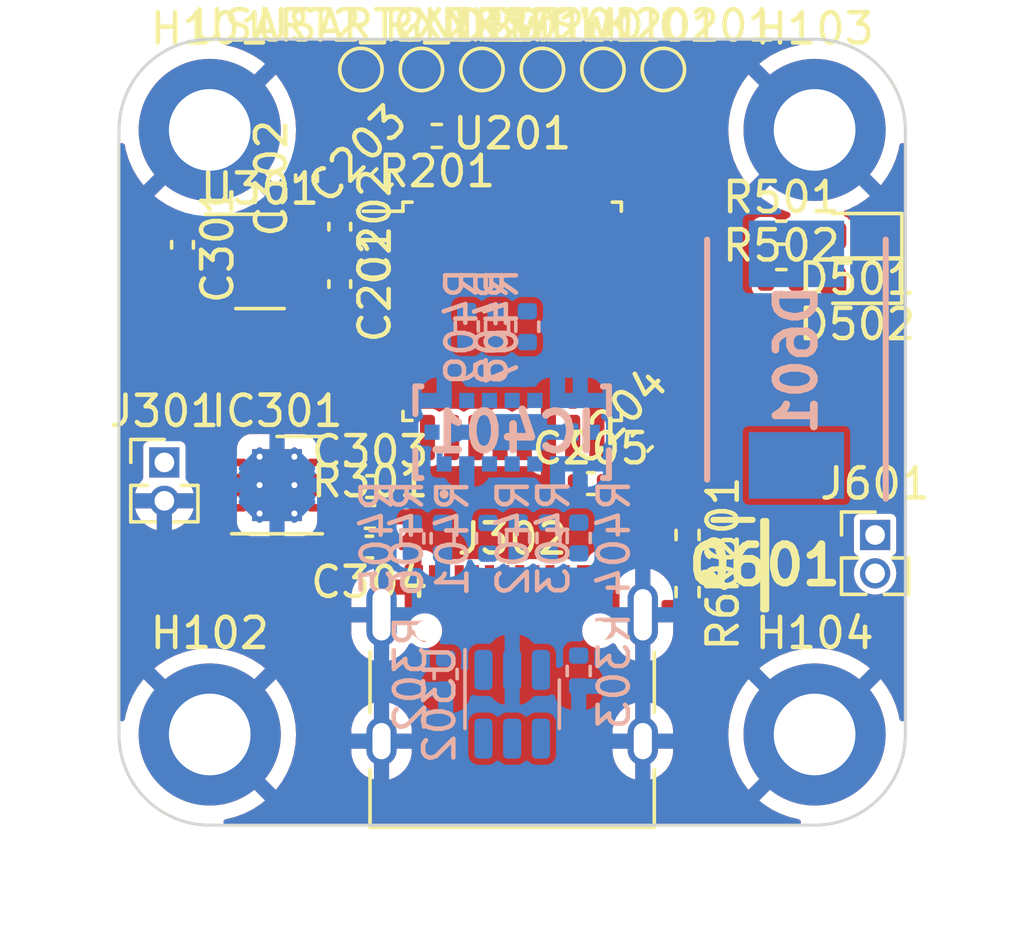
<source format=kicad_pcb>
(kicad_pcb (version 20221018) (generator pcbnew)
  (layers (0 "F.Cu" signal) (1 "In1.Cu" signal) (2 "In2.Cu" signal) (31 "B.Cu" signal) (34 "B.Paste" user) (35 "F.Paste" user) (36 "B.SilkS" user "B.Silkscreen") (37 "F.SilkS" user "F.Silkscreen") (38 "B.Mask" user) (39 "F.Mask" user) (44 "Edge.Cuts" user))
  (net 0 "")
  (net 1 "GND")
  (net 2 "Net-(U201-PG10)")
  (net 3 "+3.3V")
  (net 4 "+5V")
  (net 5 "+BATT")
  (net 6 "Net-(D501-A)")
  (net 7 "Net-(D502-A)")
  (net 8 "Net-(D601-A)")
  (net 9 "/POWER/BAT")
  (net 11 "Net-(IC301-PROG)")
  (net 14 "Net-(IC401-I2C_RST_1)")
  (net 15 "Net-(IC401-INT)")
  (net 16 "Net-(IC401-LPN)")
  (net 18 "Net-(IC401-RSVD6)")
  (net 19 "/SENSORS/I2C3_SDA")
  (net 20 "/SENSORS/I2C3_SCL")
  (net 22 "Net-(J302-CC1)")
  (net 23 "Net-(J302-D+-PadA6)")
  (net 24 "Net-(J302-D--PadA7)")
  (net 26 "Net-(J302-CC2)")
  (net 28 "Net-(Q601-G)")
  (net 29 "Net-(U201-PB8)")
  (net 30 "/SENSORS/TOF_INT")
  (net 31 "/SENSORS/TOF_LPn")
  (net 32 "/SENSORS/TOF_I2C_RST")
  (net 33 "/BLUETOOTH/LED_1")
  (net 34 "/BLUETOOTH/LED_2")
  (net 35 "/MOTOR/PWM")
  (net 36 "Net-(U201-PA14)")
  (net 37 "Net-(U201-PA13)")
  (net 40 "/BLUETOOTH/KEY")
  (net 41 "Net-(U201-PA2)")
  (net 42 "Net-(U201-PA3)")
  (net 45 "/BLUETOOTH/USART1_RX")
  (net 46 "/BLUETOOTH/USART1_TX")
  (net 47 "/POWER/USB_DM")
  (net 48 "/POWER/USB_DP")
  (footprint "TestPoint:TestPoint_Pad_D1.0mm" (layer "F.Cu") (at 65 48)
    (fp_text reference "SWDIO201" (at 0 -1.448) (layer "F.SilkS"))
    (fp_text value "TestPoint")
    (fp_circle (center 0 0) (end 0 0.7) (stroke (width 0.12)) (fill none) (layer "F.SilkS"))
    (pad "1" smd circle (at 0 0) (size 1 1) (layers "F.Cu" "F.Mask") (net 37 "Net-(U201-PA13)"))
  )
  (footprint "Capacitor_SMD:C_0402_1005Metric" (layer "F.Cu") (at 62.6 61.7)
    (fp_text reference "C205" (at 0 -1.16) (layer "F.SilkS"))
    (fp_text value "100n")
    (fp_line (start -0.107836 -0.36) (end 0.107836 -0.36) (stroke (width 0.12)) (layer "F.SilkS"))
    (fp_line (start -0.107836 0.36) (end 0.107836 0.36) (stroke (width 0.12)) (layer "F.SilkS"))
    (pad "1" smd roundrect (at -0.48 0) (size 0.56 0.62) (layers "F.Cu" "F.Paste" "F.Mask") (net 3 "+3.3V"))
    (pad "2" smd roundrect (at 0.48 0) (size 0.56 0.62) (layers "F.Cu" "F.Paste" "F.Mask") (net 1 "GND"))
  )
  (footprint "Connector_USB:USB_C_Receptacle_HRO_TYPE-C-31-M-12" (layer "F.Cu") (at 60 69.17)
    (fp_text reference "J302" (at 0 -5.645) (layer "F.SilkS"))
    (fp_text value "USB_C_Receptacle_USB2.0")
    (fp_line (start -4.7 -1.9) (end -4.7 0.1) (stroke (width 0.12)) (layer "F.SilkS"))
    (fp_line (start -4.7 2) (end -4.7 3.9) (stroke (width 0.12)) (layer "F.SilkS"))
    (fp_line (start -4.7 3.9) (end 4.7 3.9) (stroke (width 0.12)) (layer "F.SilkS"))
    (fp_line (start 4.7 -1.9) (end 4.7 0.1) (stroke (width 0.12)) (layer "F.SilkS"))
    (fp_line (start 4.7 2) (end 4.7 3.9) (stroke (width 0.12)) (layer "F.SilkS"))
    (pad "" np_thru_hole circle (at -2.89 -2.6) (size 0.65 0.65) (drill 0.65) (layers "*.Cu" "*.Mask"))
    (pad "" np_thru_hole circle (at 2.89 -2.6) (size 0.65 0.65) (drill 0.65) (layers "*.Cu" "*.Mask"))
    (pad "A1" smd rect (at -3.25 -4.045) (size 0.6 1.45) (layers "F.Cu" "F.Paste" "F.Mask") (net 1 "GND"))
    (pad "A4" smd rect (at -2.45 -4.045) (size 0.6 1.45) (layers "F.Cu" "F.Paste" "F.Mask") (net 4 "+5V"))
    (pad "A5" smd rect (at -1.25 -4.045) (size 0.3 1.45) (layers "F.Cu" "F.Paste" "F.Mask") (net 22 "Net-(J302-CC1)"))
    (pad "A6" smd rect (at -0.25 -4.045) (size 0.3 1.45) (layers "F.Cu" "F.Paste" "F.Mask") (net 23 "Net-(J302-D+-PadA6)"))
    (pad "A7" smd rect (at 0.25 -4.045) (size 0.3 1.45) (layers "F.Cu" "F.Paste" "F.Mask") (net 24 "Net-(J302-D--PadA7)"))
    (pad "A8" smd rect (at 1.25 -4.045) (size 0.3 1.45) (layers "F.Cu" "F.Paste" "F.Mask"))
    (pad "A9" smd rect (at 2.45 -4.045) (size 0.6 1.45) (layers "F.Cu" "F.Paste" "F.Mask") (net 4 "+5V"))
    (pad "A12" smd rect (at 3.25 -4.045) (size 0.6 1.45) (layers "F.Cu" "F.Paste" "F.Mask") (net 1 "GND"))
    (pad "B1" smd rect (at 3.25 -4.045) (size 0.6 1.45) (layers "F.Cu" "F.Paste" "F.Mask") (net 1 "GND"))
    (pad "B4" smd rect (at 2.45 -4.045) (size 0.6 1.45) (layers "F.Cu" "F.Paste" "F.Mask") (net 4 "+5V"))
    (pad "B5" smd rect (at 1.75 -4.045) (size 0.3 1.45) (layers "F.Cu" "F.Paste" "F.Mask") (net 26 "Net-(J302-CC2)"))
    (pad "B6" smd rect (at 0.75 -4.045) (size 0.3 1.45) (layers "F.Cu" "F.Paste" "F.Mask") (net 23 "Net-(J302-D+-PadA6)"))
    (pad "B7" smd rect (at -0.75 -4.045) (size 0.3 1.45) (layers "F.Cu" "F.Paste" "F.Mask") (net 24 "Net-(J302-D--PadA7)"))
    (pad "B8" smd rect (at -1.75 -4.045) (size 0.3 1.45) (layers "F.Cu" "F.Paste" "F.Mask"))
    (pad "B9" smd rect (at -2.45 -4.045) (size 0.6 1.45) (layers "F.Cu" "F.Paste" "F.Mask") (net 4 "+5V"))
    (pad "B12" smd rect (at -3.25 -4.045) (size 0.6 1.45) (layers "F.Cu" "F.Paste" "F.Mask") (net 1 "GND"))
    (pad "S1" thru_hole oval (at -4.32 -3.13) (size 1 2.1) (drill oval 0.6 1.7) (layers "*.Cu" "*.Mask") (net 1 "GND"))
    (pad "S1" thru_hole oval (at -4.32 1.05) (size 1 1.6) (drill oval 0.6 1.2) (layers "*.Cu" "*.Mask") (net 1 "GND"))
    (pad "S1" thru_hole oval (at 4.32 -3.13) (size 1 2.1) (drill oval 0.6 1.7) (layers "*.Cu" "*.Mask") (net 1 "GND"))
    (pad "S1" thru_hole oval (at 4.32 1.05) (size 1 1.6) (drill oval 0.6 1.2) (layers "*.Cu" "*.Mask") (net 1 "GND"))
  )
  (footprint "Connector_PinHeader_1.27mm:PinHeader_1x02_P1.27mm_Vertical" (layer "F.Cu") (at 48.5 61)
    (fp_text reference "J301" (at 0 -1.695) (layer "F.SilkS"))
    (fp_text value "BATT")
    (fp_line (start -1.11 -0.76) (end 0 -0.76) (stroke (width 0.12)) (layer "F.SilkS"))
    (fp_line (start -1.11 0) (end -1.11 -0.76) (stroke (width 0.12)) (layer "F.SilkS"))
    (fp_line (start -1.11 0.76) (end -1.11 1.965) (stroke (width 0.12)) (layer "F.SilkS"))
    (fp_line (start -1.11 0.76) (end -0.563471 0.76) (stroke (width 0.12)) (layer "F.SilkS"))
    (fp_line (start -1.11 1.965) (end -0.30753 1.965) (stroke (width 0.12)) (layer "F.SilkS"))
    (fp_line (start 0.30753 1.965) (end 1.11 1.965) (stroke (width 0.12)) (layer "F.SilkS"))
    (fp_line (start 0.563471 0.76) (end 1.11 0.76) (stroke (width 0.12)) (layer "F.SilkS"))
    (fp_line (start 1.11 0.76) (end 1.11 1.965) (stroke (width 0.12)) (layer "F.SilkS"))
    (pad "1" thru_hole rect (at 0 0) (size 1 1) (drill 0.65) (layers "*.Cu" "*.Mask") (net 9 "/POWER/BAT"))
    (pad "2" thru_hole oval (at 0 1.27) (size 1 1) (drill 0.65) (layers "*.Cu" "*.Mask") (net 1 "GND"))
  )
  (footprint "Capacitor_SMD:C_0402_1005Metric" (layer "F.Cu") (at 53.2 51.6 90)
    (fp_text reference "C302" (at 0 -1.16 90) (layer "F.SilkS"))
    (fp_text value "1u")
    (fp_line (start -0.107836 -0.36) (end 0.107836 -0.36) (stroke (width 0.12)) (layer "F.SilkS"))
    (fp_line (start -0.107836 0.36) (end 0.107836 0.36) (stroke (width 0.12)) (layer "F.SilkS"))
    (pad "1" smd roundrect (at -0.48 0 90) (size 0.56 0.62) (layers "F.Cu" "F.Paste" "F.Mask") (net 3 "+3.3V"))
    (pad "2" smd roundrect (at 0.48 0 90) (size 0.56 0.62) (layers "F.Cu" "F.Paste" "F.Mask") (net 1 "GND"))
  )
  (footprint "Package_TO_SOT_SMD:SOT-23-5" (layer "F.Cu") (at 51.6625 54.35)
    (fp_text reference "U301" (at 0 -2.4) (layer "F.SilkS"))
    (fp_text value "BU33SD5WG-TR")
    (fp_line (start 0 -1.56) (end -1.8 -1.56) (stroke (width 0.12)) (layer "F.SilkS"))
    (fp_line (start 0 -1.56) (end 0.8 -1.56) (stroke (width 0.12)) (layer "F.SilkS"))
    (fp_line (start 0 1.56) (end -0.8 1.56) (stroke (width 0.12)) (layer "F.SilkS"))
    (fp_line (start 0 1.56) (end 0.8 1.56) (stroke (width 0.12)) (layer "F.SilkS"))
    (pad "1" smd roundrect (at -1.1375 -0.95) (size 1.325 0.6) (layers "F.Cu" "F.Paste" "F.Mask") (net 5 "+BATT"))
    (pad "2" smd roundrect (at -1.1375 0) (size 1.325 0.6) (layers "F.Cu" "F.Paste" "F.Mask") (net 1 "GND"))
    (pad "3" smd roundrect (at -1.1375 0.95) (size 1.325 0.6) (layers "F.Cu" "F.Paste" "F.Mask") (net 5 "+BATT"))
    (pad "4" smd roundrect (at 1.1375 0.95) (size 1.325 0.6) (layers "F.Cu" "F.Paste" "F.Mask"))
    (pad "5" smd roundrect (at 1.1375 -0.95) (size 1.325 0.6) (layers "F.Cu" "F.Paste" "F.Mask") (net 3 "+3.3V"))
  )
  (footprint "Resistor_SMD:R_0402_1005Metric" (layer "F.Cu") (at 55.3 62.8)
    (fp_text reference "R301" (at 0 -1.17) (layer "F.SilkS"))
    (fp_text value "1.65k")
    (fp_line (start -0.153641 -0.38) (end 0.153641 -0.38) (stroke (width 0.12)) (layer "F.SilkS"))
    (fp_line (start -0.153641 0.38) (end 0.153641 0.38) (stroke (width 0.12)) (layer "F.SilkS"))
    (pad "1" smd roundrect (at -0.51 0) (size 0.54 0.64) (layers "F.Cu" "F.Paste" "F.Mask") (net 11 "Net-(IC301-PROG)"))
    (pad "2" smd roundrect (at 0.51 0) (size 0.54 0.64) (layers "F.Cu" "F.Paste" "F.Mask") (net 1 "GND"))
  )
  (footprint "TestPoint:TestPoint_Pad_D1.0mm" (layer "F.Cu") (at 59 48)
    (fp_text reference "GND201" (at 0 -1.448) (layer "F.SilkS"))
    (fp_text value "TestPoint")
    (fp_circle (center 0 0) (end 0 0.7) (stroke (width 0.12)) (fill none) (layer "F.SilkS"))
    (pad "1" smd circle (at 0 0) (size 1 1) (layers "F.Cu" "F.Mask") (net 1 "GND"))
  )
  (footprint "TestPoint:TestPoint_Pad_D1.0mm" (layer "F.Cu") (at 57 48)
    (fp_text reference "USART2_TX201" (at 0 -1.448) (layer "F.SilkS"))
    (fp_text value "TestPoint")
    (fp_circle (center 0 0) (end 0 0.7) (stroke (width 0.12)) (fill none) (layer "F.SilkS"))
    (pad "1" smd circle (at 0 0) (size 1 1) (layers "F.Cu" "F.Mask") (net 42 "Net-(U201-PA3)"))
  )
  (footprint "MountingHole:MountingHole_2.7mm_M2.5_DIN965_Pad" (layer "F.Cu") (at 50 50)
    (fp_text reference "H101" (at 0 -3.35) (layer "F.SilkS"))
    (fp_text value "MountingHole_Pad")
    (pad "1" thru_hole circle (at 0 0) (size 4.7 4.7) (drill 2.7) (layers "*.Cu" "*.Mask") (net 1 "GND"))
  )
  (footprint "Connector_PinHeader_1.27mm:PinHeader_1x02_P1.27mm_Vertical" (layer "F.Cu") (at 72 63.4)
    (fp_text reference "J601" (at 0 -1.695) (layer "F.SilkS"))
    (fp_text value "Conn_01x02")
    (fp_line (start -1.11 -0.76) (end 0 -0.76) (stroke (width 0.12)) (layer "F.SilkS"))
    (fp_line (start -1.11 0) (end -1.11 -0.76) (stroke (width 0.12)) (layer "F.SilkS"))
    (fp_line (start -1.11 0.76) (end -1.11 1.965) (stroke (width 0.12)) (layer "F.SilkS"))
    (fp_line (start -1.11 0.76) (end -0.563471 0.76) (stroke (width 0.12)) (layer "F.SilkS"))
    (fp_line (start -1.11 1.965) (end -0.30753 1.965) (stroke (width 0.12)) (layer "F.SilkS"))
    (fp_line (start 0.30753 1.965) (end 1.11 1.965) (stroke (width 0.12)) (layer "F.SilkS"))
    (fp_line (start 0.563471 0.76) (end 1.11 0.76) (stroke (width 0.12)) (layer "F.SilkS"))
    (fp_line (start 1.11 0.76) (end 1.11 1.965) (stroke (width 0.12)) (layer "F.SilkS"))
    (pad "1" thru_hole rect (at 0 0) (size 1 1) (drill 0.65) (layers "*.Cu" "*.Mask") (net 3 "+3.3V"))
    (pad "2" thru_hole oval (at 0 1.27) (size 1 1) (drill 0.65) (layers "*.Cu" "*.Mask") (net 8 "Net-(D601-A)"))
  )
  (footprint "Capacitor_SMD:C_0402_1005Metric" (layer "F.Cu") (at 54.3 53.2 -90)
    (fp_text reference "C202" (at 0 -1.16 90) (layer "F.SilkS"))
    (fp_text value "4.7u")
    (fp_line (start -0.107836 -0.36) (end 0.107836 -0.36) (stroke (width 0.12)) (layer "F.SilkS"))
    (fp_line (start -0.107836 0.36) (end 0.107836 0.36) (stroke (width 0.12)) (layer "F.SilkS"))
    (pad "1" smd roundrect (at -0.48 0 270) (size 0.56 0.62) (layers "F.Cu" "F.Paste" "F.Mask") (net 3 "+3.3V"))
    (pad "2" smd roundrect (at 0.48 0 270) (size 0.56 0.62) (layers "F.Cu" "F.Paste" "F.Mask") (net 1 "GND"))
  )
  (footprint "Resistor_SMD:R_0402_1005Metric" (layer "F.Cu") (at 65.8 63.4 -90)
    (fp_text reference "R601" (at 0 -1.17 90) (layer "F.SilkS"))
    (fp_text value "22")
    (fp_line (start -0.153641 -0.38) (end 0.153641 -0.38) (stroke (width 0.12)) (layer "F.SilkS"))
    (fp_line (start -0.153641 0.38) (end 0.153641 0.38) (stroke (width 0.12)) (layer "F.SilkS"))
    (pad "1" smd roundrect (at -0.51 0 270) (size 0.54 0.64) (layers "F.Cu" "F.Paste" "F.Mask") (net 35 "/MOTOR/PWM"))
    (pad "2" smd roundrect (at 0.51 0 270) (size 0.54 0.64) (layers "F.Cu" "F.Paste" "F.Mask") (net 28 "Net-(Q601-G)"))
  )
  (footprint "Resistor_SMD:R_0402_1005Metric" (layer "F.Cu") (at 68.9 55)
    (fp_text reference "R502" (at 0 -1.17) (layer "F.SilkS"))
    (fp_text value "820")
    (fp_line (start -0.153641 -0.38) (end 0.153641 -0.38) (stroke (width 0.12)) (layer "F.SilkS"))
    (fp_line (start -0.153641 0.38) (end 0.153641 0.38) (stroke (width 0.12)) (layer "F.SilkS"))
    (pad "1" smd roundrect (at -0.51 0) (size 0.54 0.64) (layers "F.Cu" "F.Paste" "F.Mask") (net 34 "/BLUETOOTH/LED_2"))
    (pad "2" smd roundrect (at 0.51 0) (size 0.54 0.64) (layers "F.Cu" "F.Paste" "F.Mask") (net 7 "Net-(D502-A)"))
  )
  (footprint "Capacitor_SMD:C_0402_1005Metric" (layer "F.Cu") (at 64.3 60.3 45)
    (fp_text reference "C204" (at 0 -1.16 45) (layer "F.SilkS"))
    (fp_text value "100n")
    (fp_line (start -0.107836 -0.36) (end 0.107836 -0.36) (stroke (width 0.12)) (layer "F.SilkS"))
    (fp_line (start -0.107836 0.36) (end 0.107836 0.36) (stroke (width 0.12)) (layer "F.SilkS"))
    (pad "1" smd roundrect (at -0.48 0 45) (size 0.56 0.62) (layers "F.Cu" "F.Paste" "F.Mask") (net 3 "+3.3V"))
    (pad "2" smd roundrect (at 0.48 0 45) (size 0.56 0.62) (layers "F.Cu" "F.Paste" "F.Mask") (net 1 "GND"))
  )
  (footprint "MountingHole:MountingHole_2.7mm_M2.5_DIN965_Pad" (layer "F.Cu") (at 70 70)
    (fp_text reference "H104" (at 0 -3.35) (layer "F.SilkS"))
    (fp_text value "MountingHole_Pad")
    (pad "1" thru_hole circle (at 0 0) (size 4.7 4.7) (drill 2.7) (layers "*.Cu" "*.Mask") (net 1 "GND"))
  )
  (footprint "LED_SMD:LED_0603_1608Metric" (layer "F.Cu") (at 71.4 53.5 180)
    (fp_text reference "D501" (at 0 -1.43) (layer "F.SilkS"))
    (fp_text value "LED")
    (fp_line (start -1.485 -0.735) (end -1.485 0.735) (stroke (width 0.12)) (layer "F.SilkS"))
    (fp_line (start -1.485 0.735) (end 0.8 0.735) (stroke (width 0.12)) (layer "F.SilkS"))
    (fp_line (start 0.8 -0.735) (end -1.485 -0.735) (stroke (width 0.12)) (layer "F.SilkS"))
    (pad "1" smd roundrect (at -0.7875 0 180) (size 0.875 0.95) (layers "F.Cu" "F.Paste" "F.Mask") (net 1 "GND"))
    (pad "2" smd roundrect (at 0.7875 0 180) (size 0.875 0.95) (layers "F.Cu" "F.Paste" "F.Mask") (net 6 "Net-(D501-A)"))
  )
  (footprint "Package_QFP:LQFP-32_7x7mm_P0.8mm" (layer "F.Cu") (at 60 56)
    (fp_text reference "U201" (at 0 -5.88) (layer "F.SilkS"))
    (fp_text value "STM32G431KBTx")
    (fp_line (start -3.61 -3.61) (end -3.61 -3.31) (stroke (width 0.12)) (layer "F.SilkS"))
    (fp_line (start -3.61 -3.31) (end -4.925 -3.31) (stroke (width 0.12)) (layer "F.SilkS"))
    (fp_line (start -3.61 3.61) (end -3.61 3.31) (stroke (width 0.12)) (layer "F.SilkS"))
    (fp_line (start -3.31 -3.61) (end -3.61 -3.61) (stroke (width 0.12)) (layer "F.SilkS"))
    (fp_line (start -3.31 3.61) (end -3.61 3.61) (stroke (width 0.12)) (layer "F.SilkS"))
    (fp_line (start 3.31 -3.61) (end 3.61 -3.61) (stroke (width 0.12)) (layer "F.SilkS"))
    (fp_line (start 3.31 3.61) (end 3.61 3.61) (stroke (width 0.12)) (layer "F.SilkS"))
    (fp_line (start 3.61 -3.61) (end 3.61 -3.31) (stroke (width 0.12)) (layer "F.SilkS"))
    (fp_line (start 3.61 3.61) (end 3.61 3.31) (stroke (width 0.12)) (layer "F.SilkS"))
    (pad "1" smd roundrect (at -4.175 -2.8) (size 1.5 0.5) (layers "F.Cu" "F.Paste" "F.Mask") (net 3 "+3.3V"))
    (pad "2" smd roundrect (at -4.175 -2) (size 1.5 0.5) (layers "F.Cu" "F.Paste" "F.Mask"))
    (pad "3" smd roundrect (at -4.175 -1.2) (size 1.5 0.5) (layers "F.Cu" "F.Paste" "F.Mask"))
    (pad "4" smd roundrect (at -4.175 -0.4) (size 1.5 0.5) (layers "F.Cu" "F.Paste" "F.Mask") (net 2 "Net-(U201-PG10)"))
    (pad "5" smd roundrect (at -4.175 0.4) (size 1.5 0.5) (layers "F.Cu" "F.Paste" "F.Mask") (net 40 "/BLUETOOTH/KEY"))
    (pad "6" smd roundrect (at -4.175 1.2) (size 1.5 0.5) (layers "F.Cu" "F.Paste" "F.Mask") (net 30 "/SENSORS/TOF_INT"))
    (pad "7" smd roundrect (at -4.175 2) (size 1.5 0.5) (layers "F.Cu" "F.Paste" "F.Mask") (net 41 "Net-(U201-PA2)"))
    (pad "8" smd roundrect (at -4.175 2.8) (size 1.5 0.5) (layers "F.Cu" "F.Paste" "F.Mask") (net 42 "Net-(U201-PA3)"))
    (pad "9" smd roundrect (at -2.8 4.175) (size 0.5 1.5) (layers "F.Cu" "F.Paste" "F.Mask") (net 31 "/SENSORS/TOF_LPn"))
    (pad "10" smd roundrect (at -2 4.175) (size 0.5 1.5) (layers "F.Cu" "F.Paste" "F.Mask") (net 32 "/SENSORS/TOF_I2C_RST"))
    (pad "11" smd roundrect (at -1.2 4.175) (size 0.5 1.5) (layers "F.Cu" "F.Paste" "F.Mask") (net 35 "/MOTOR/PWM"))
    (pad "12" smd roundrect (at -0.4 4.175) (size 0.5 1.5) (layers "F.Cu" "F.Paste" "F.Mask"))
    (pad "13" smd roundrect (at 0.4 4.175) (size 0.5 1.5) (layers "F.Cu" "F.Paste" "F.Mask"))
    (pad "14" smd roundrect (at 1.2 4.175) (size 0.5 1.5) (layers "F.Cu" "F.Paste" "F.Mask") (net 1 "GND"))
    (pad "15" smd roundrect (at 2 4.175) (size 0.5 1.5) (layers "F.Cu" "F.Paste" "F.Mask") (net 3 "+3.3V"))
    (pad "16" smd roundrect (at 2.8 4.175) (size 0.5 1.5) (layers "F.Cu" "F.Paste" "F.Mask") (net 1 "GND"))
    (pad "17" smd roundrect (at 4.175 2.8) (size 1.5 0.5) (layers "F.Cu" "F.Paste" "F.Mask") (net 3 "+3.3V"))
    (pad "18" smd roundrect (at 4.175 2) (size 1.5 0.5) (layers "F.Cu" "F.Paste" "F.Mask") (net 20 "/SENSORS/I2C3_SCL"))
    (pad "19" smd roundrect (at 4.175 1.2) (size 1.5 0.5) (layers "F.Cu" "F.Paste" "F.Mask") (net 45 "/BLUETOOTH/USART1_RX"))
    (pad "20" smd roundrect (at 4.175 0.4) (size 1.5 0.5) (layers "F.Cu" "F.Paste" "F.Mask") (net 46 "/BLUETOOTH/USART1_TX"))
    (pad "21" smd roundrect (at 4.175 -0.4) (size 1.5 0.5) (layers "F.Cu" "F.Paste" "F.Mask") (net 47 "/POWER/USB_DM"))
    (pad "22" smd roundrect (at 4.175 -1.2) (size 1.5 0.5) (layers "F.Cu" "F.Paste" "F.Mask") (net 48 "/POWER/USB_DP"))
    (pad "23" smd roundrect (at 4.175 -2) (size 1.5 0.5) (layers "F.Cu" "F.Paste" "F.Mask") (net 37 "Net-(U201-PA13)"))
    (pad "24" smd roundrect (at 4.175 -2.8) (size 1.5 0.5) (layers "F.Cu" "F.Paste" "F.Mask") (net 36 "Net-(U201-PA14)"))
    (pad "25" smd roundrect (at 2.8 -4.175) (size 0.5 1.5) (layers "F.Cu" "F.Paste" "F.Mask"))
    (pad "26" smd roundrect (at 2 -4.175) (size 0.5 1.5) (layers "F.Cu" "F.Paste" "F.Mask"))
    (pad "27" smd roundrect (at 1.2 -4.175) (size 0.5 1.5) (layers "F.Cu" "F.Paste" "F.Mask"))
    (pad "28" smd roundrect (at 0.4 -4.175) (size 0.5 1.5) (layers "F.Cu" "F.Paste" "F.Mask") (net 19 "/SENSORS/I2C3_SDA"))
    (pad "29" smd roundrect (at -0.4 -4.175) (size 0.5 1.5) (layers "F.Cu" "F.Paste" "F.Mask"))
    (pad "30" smd roundrect (at -1.2 -4.175) (size 0.5 1.5) (layers "F.Cu" "F.Paste" "F.Mask"))
    (pad "31" smd roundrect (at -2 -4.175) (size 0.5 1.5) (layers "F.Cu" "F.Paste" "F.Mask") (net 29 "Net-(U201-PB8)"))
    (pad "32" smd roundrect (at -2.8 -4.175) (size 0.5 1.5) (layers "F.Cu" "F.Paste" "F.Mask") (net 1 "GND"))
  )
  (footprint "Capacitor_SMD:C_0402_1005Metric" (layer "F.Cu") (at 55.28 63.8 180)
    (fp_text reference "C304" (at 0 -1.16) (layer "F.SilkS"))
    (fp_text value "220n")
    (fp_line (start -0.107836 -0.36) (end 0.107836 -0.36) (stroke (width 0.12)) (layer "F.SilkS"))
    (fp_line (start -0.107836 0.36) (end 0.107836 0.36) (stroke (width 0.12)) (layer "F.SilkS"))
    (pad "1" smd roundrect (at -0.48 0 180) (size 0.56 0.62) (layers "F.Cu" "F.Paste" "F.Mask") (net 4 "+5V"))
    (pad "2" smd roundrect (at 0.48 0 180) (size 0.56 0.62) (layers "F.Cu" "F.Paste" "F.Mask") (net 1 "GND"))
  )
  (footprint "TestPoint:TestPoint_Pad_D1.0mm" (layer "F.Cu") (at 63 48)
    (fp_text reference "SWCLK201" (at 0 -1.448) (layer "F.SilkS"))
    (fp_text value "TestPoint")
    (fp_circle (center 0 0) (end 0 0.7) (stroke (width 0.12)) (fill none) (layer "F.SilkS"))
    (pad "1" smd circle (at 0 0) (size 1 1) (layers "F.Cu" "F.Mask") (net 36 "Net-(U201-PA14)"))
  )
  (footprint "Resistor_SMD:R_0402_1005Metric" (layer "F.Cu") (at 65.8 65.29 -90)
    (fp_text reference "R602" (at 0 -1.17 90) (layer "F.SilkS"))
    (fp_text value "10k")
    (fp_line (start -0.153641 -0.38) (end 0.153641 -0.38) (stroke (width 0.12)) (layer "F.SilkS"))
    (fp_line (start -0.153641 0.38) (end 0.153641 0.38) (stroke (width 0.12)) (layer "F.SilkS"))
    (pad "1" smd roundrect (at -0.51 0 270) (size 0.54 0.64) (layers "F.Cu" "F.Paste" "F.Mask") (net 28 "Net-(Q601-G)"))
    (pad "2" smd roundrect (at 0.51 0 270) (size 0.54 0.64) (layers "F.Cu" "F.Paste" "F.Mask") (net 1 "GND"))
  )
  (footprint "Package_DFN_QFN:DFN-8-1EP_3x3mm_P0.5mm_EP1.65x2.38mm_ThermalVias" (layer "F.Cu") (at 52.225 61.75)
    (fp_text reference "IC301" (at 0 -2.45) (layer "F.SilkS"))
    (fp_text value "LTC4058EDD-4.2#PBF")
    (fp_line (start -1.5 1.61) (end 1.5 1.61) (stroke (width 0.12)) (layer "F.SilkS"))
    (fp_line (start 0 -1.61) (end 1.5 -1.61) (stroke (width 0.12)) (layer "F.SilkS"))
    (pad "1" smd roundrect (at -1.45 -0.75) (size 0.85 0.25) (layers "F.Cu" "F.Paste" "F.Mask") (net 9 "/POWER/BAT"))
    (pad "2" smd roundrect (at -1.45 -0.25) (size 0.85 0.25) (layers "F.Cu" "F.Paste" "F.Mask") (net 9 "/POWER/BAT"))
    (pad "3" smd roundrect (at -1.45 0.25) (size 0.85 0.25) (layers "F.Cu" "F.Paste" "F.Mask"))
    (pad "4" smd roundrect (at -1.45 0.75) (size 0.85 0.25) (layers "F.Cu" "F.Paste" "F.Mask") (net 1 "GND"))
    (pad "5" smd roundrect (at 1.45 0.75) (size 0.85 0.25) (layers "F.Cu" "F.Paste" "F.Mask") (net 11 "Net-(IC301-PROG)"))
    (pad "6" smd roundrect (at 1.45 0.25) (size 0.85 0.25) (layers "F.Cu" "F.Paste" "F.Mask") (net 4 "+5V"))
    (pad "7" smd roundrect (at 1.45 -0.25) (size 0.85 0.25) (layers "F.Cu" "F.Paste" "F.Mask"))
    (pad "8" smd roundrect (at 1.45 -0.75) (size 0.85 0.25) (layers "F.Cu" "F.Paste" "F.Mask"))
    (pad "9" thru_hole circle (at -0.575 -0.94) (size 0.5 0.5) (drill 0.2) (layers "*.Cu") (net 1 "GND"))
    (pad "9" thru_hole circle (at -0.575 0) (size 0.5 0.5) (drill 0.2) (layers "*.Cu") (net 1 "GND"))
    (pad "9" thru_hole circle (at -0.575 0.94) (size 0.5 0.5) (drill 0.2) (layers "*.Cu") (net 1 "GND"))
    (pad "9" smd rect (at 0 0) (size 1.65 2.38) (layers "F.Cu" "F.Mask") (net 1 "GND"))
    (pad "9" smd rect (at 0 0) (size 1.65 2.38) (layers "B.Cu") (net 1 "GND"))
    (pad "9" thru_hole circle (at 0.575 -0.94) (size 0.5 0.5) (drill 0.2) (layers "*.Cu") (net 1 "GND"))
    (pad "9" thru_hole circle (at 0.575 0) (size 0.5 0.5) (drill 0.2) (layers "*.Cu") (net 1 "GND"))
    (pad "9" thru_hole circle (at 0.575 0.94) (size 0.5 0.5) (drill 0.2) (layers "*.Cu") (net 1 "GND"))
  )
  (footprint "Resistor_SMD:R_0402_1005Metric" (layer "F.Cu") (at 68.9 53.4)
    (fp_text reference "R501" (at 0 -1.17) (layer "F.SilkS"))
    (fp_text value "820")
    (fp_line (start -0.153641 -0.38) (end 0.153641 -0.38) (stroke (width 0.12)) (layer "F.SilkS"))
    (fp_line (start -0.153641 0.38) (end 0.153641 0.38) (stroke (width 0.12)) (layer "F.SilkS"))
    (pad "1" smd roundrect (at -0.51 0) (size 0.54 0.64) (layers "F.Cu" "F.Paste" "F.Mask") (net 33 "/BLUETOOTH/LED_1"))
    (pad "2" smd roundrect (at 0.51 0) (size 0.54 0.64) (layers "F.Cu" "F.Paste" "F.Mask") (net 6 "Net-(D501-A)"))
  )
  (footprint "mod:SOT95P237X112-3N" (layer "F.Cu") (at 68.35 64.4)
    (fp_text reference "Q601" (at 0 0) (layer "F.SilkS") (effects (font (size 1.27 1.27) (thickness 0.254))))
    (fp_text value "SQ2310ES-T1" hide)
    (fp_line (start -1.7 -1.5) (end -0.4 -1.5) (stroke (width 0.2)) (layer "F.SilkS"))
    (fp_line (start -0.05 -1.46) (end 0.05 -1.46) (stroke (width 0.2)) (layer "F.SilkS"))
    (fp_line (start -0.05 1.46) (end -0.05 -1.46) (stroke (width 0.2)) (layer "F.SilkS"))
    (fp_line (start 0.05 -1.46) (end 0.05 1.46) (stroke (width 0.2)) (layer "F.SilkS"))
    (fp_line (start 0.05 1.46) (end -0.05 1.46) (stroke (width 0.2)) (layer "F.SilkS"))
    (pad "1" smd rect (at -1.05 -0.95 90) (size 0.6 1.3) (layers "F.Cu" "F.Paste" "F.Mask") (net 28 "Net-(Q601-G)"))
    (pad "2" smd rect (at -1.05 0.95 90) (size 0.6 1.3) (layers "F.Cu" "F.Paste" "F.Mask") (net 1 "GND"))
    (pad "3" smd rect (at 1.05 0 90) (size 0.6 1.3) (layers "F.Cu" "F.Paste" "F.Mask") (net 8 "Net-(D601-A)"))
  )
  (footprint "Capacitor_SMD:C_0402_1005Metric" (layer "F.Cu") (at 55.3 61.8)
    (fp_text reference "C303" (at 0 -1.16) (layer "F.SilkS"))
    (fp_text value "1u")
    (fp_line (start -0.107836 -0.36) (end 0.107836 -0.36) (stroke (width 0.12)) (layer "F.SilkS"))
    (fp_line (start -0.107836 0.36) (end 0.107836 0.36) (stroke (width 0.12)) (layer "F.SilkS"))
    (pad "1" smd roundrect (at -0.48 0) (size 0.56 0.62) (layers "F.Cu" "F.Paste" "F.Mask") (net 4 "+5V"))
    (pad "2" smd roundrect (at 0.48 0) (size 0.56 0.62) (layers "F.Cu" "F.Paste" "F.Mask") (net 1 "GND"))
  )
  (footprint "Capacitor_SMD:C_0402_1005Metric" (layer "F.Cu") (at 55.7 51.62 45)
    (fp_text reference "C203" (at 0 -1.16 45) (layer "F.SilkS"))
    (fp_text value "100n")
    (fp_line (start -0.107836 -0.36) (end 0.107836 -0.36) (stroke (width 0.12)) (layer "F.SilkS"))
    (fp_line (start -0.107836 0.36) (end 0.107836 0.36) (stroke (width 0.12)) (layer "F.SilkS"))
    (pad "1" smd roundrect (at -0.48 0 45) (size 0.56 0.62) (layers "F.Cu" "F.Paste" "F.Mask") (net 3 "+3.3V"))
    (pad "2" smd roundrect (at 0.48 0 45) (size 0.56 0.62) (layers "F.Cu" "F.Paste" "F.Mask") (net 1 "GND"))
  )
  (footprint "Capacitor_SMD:C_0402_1005Metric" (layer "F.Cu") (at 49.1 53.8 -90)
    (fp_text reference "C301" (at 0 -1.16 90) (layer "F.SilkS"))
    (fp_text value "1u")
    (fp_line (start -0.107836 -0.36) (end 0.107836 -0.36) (stroke (width 0.12)) (layer "F.SilkS"))
    (fp_line (start -0.107836 0.36) (end 0.107836 0.36) (stroke (width 0.12)) (layer "F.SilkS"))
    (pad "1" smd roundrect (at -0.48 0 270) (size 0.56 0.62) (layers "F.Cu" "F.Paste" "F.Mask") (net 5 "+BATT"))
    (pad "2" smd roundrect (at 0.48 0 270) (size 0.56 0.62) (layers "F.Cu" "F.Paste" "F.Mask") (net 1 "GND"))
  )
  (footprint "Capacitor_SMD:C_0402_1005Metric" (layer "F.Cu") (at 54.3 55.1 -90)
    (fp_text reference "C201" (at 0 -1.16 90) (layer "F.SilkS"))
    (fp_text value "100n")
    (fp_line (start -0.107836 -0.36) (end 0.107836 -0.36) (stroke (width 0.12)) (layer "F.SilkS"))
    (fp_line (start -0.107836 0.36) (end 0.107836 0.36) (stroke (width 0.12)) (layer "F.SilkS"))
    (pad "1" smd roundrect (at -0.48 0 270) (size 0.56 0.62) (layers "F.Cu" "F.Paste" "F.Mask") (net 1 "GND"))
    (pad "2" smd roundrect (at 0.48 0 270) (size 0.56 0.62) (layers "F.Cu" "F.Paste" "F.Mask") (net 2 "Net-(U201-PG10)"))
  )
  (footprint "LED_SMD:LED_0603_1608Metric" (layer "F.Cu") (at 71.4 55 180)
    (fp_text reference "D502" (at 0 -1.43) (layer "F.SilkS"))
    (fp_text value "LED")
    (fp_line (start -1.485 -0.735) (end -1.485 0.735) (stroke (width 0.12)) (layer "F.SilkS"))
    (fp_line (start -1.485 0.735) (end 0.8 0.735) (stroke (width 0.12)) (layer "F.SilkS"))
    (fp_line (start 0.8 -0.735) (end -1.485 -0.735) (stroke (width 0.12)) (layer "F.SilkS"))
    (pad "1" smd roundrect (at -0.7875 0 180) (size 0.875 0.95) (layers "F.Cu" "F.Paste" "F.Mask") (net 1 "GND"))
    (pad "2" smd roundrect (at 0.7875 0 180) (size 0.875 0.95) (layers "F.Cu" "F.Paste" "F.Mask") (net 7 "Net-(D502-A)"))
  )
  (footprint "MountingHole:MountingHole_2.7mm_M2.5_DIN965_Pad" (layer "F.Cu") (at 50 70)
    (fp_text reference "H102" (at 0 -3.35) (layer "F.SilkS"))
    (fp_text value "MountingHole_Pad")
    (pad "1" thru_hole circle (at 0 0) (size 4.7 4.7) (drill 2.7) (layers "*.Cu" "*.Mask") (net 1 "GND"))
  )
  (footprint "TestPoint:TestPoint_Pad_D1.0mm" (layer "F.Cu") (at 55 48)
    (fp_text reference "USART2_RX201" (at 0 -1.448) (layer "F.SilkS"))
    (fp_text value "TestPoint")
    (fp_circle (center 0 0) (end 0 0.7) (stroke (width 0.12)) (fill none) (layer "F.SilkS"))
    (pad "1" smd circle (at 0 0) (size 1 1) (layers "F.Cu" "F.Mask") (net 41 "Net-(U201-PA2)"))
  )
  (footprint "Resistor_SMD:R_0402_1005Metric" (layer "F.Cu") (at 57.51 50.2 180)
    (fp_text reference "R201" (at 0 -1.17) (layer "F.SilkS"))
    (fp_text value "10k")
    (fp_line (start -0.153641 -0.38) (end 0.153641 -0.38) (stroke (width 0.12)) (layer "F.SilkS"))
    (fp_line (start -0.153641 0.38) (end 0.153641 0.38) (stroke (width 0.12)) (layer "F.SilkS"))
    (pad "1" smd roundrect (at -0.51 0 180) (size 0.54 0.64) (layers "F.Cu" "F.Paste" "F.Mask") (net 29 "Net-(U201-PB8)"))
    (pad "2" smd roundrect (at 0.51 0 180) (size 0.54 0.64) (layers "F.Cu" "F.Paste" "F.Mask") (net 1 "GND"))
  )
  (footprint "TestPoint:TestPoint_Pad_D1.0mm" (layer "F.Cu") (at 61 48)
    (fp_text reference "NRST201" (at 0 -1.448) (layer "F.SilkS"))
    (fp_text value "TestPoint")
    (fp_circle (center 0 0) (end 0 0.7) (stroke (width 0.12)) (fill none) (layer "F.SilkS"))
    (pad "1" smd circle (at 0 0) (size 1 1) (layers "F.Cu" "F.Mask") (net 2 "Net-(U201-PG10)"))
  )
  (footprint "MountingHole:MountingHole_2.7mm_M2.5_DIN965_Pad" (layer "F.Cu") (at 70 50)
    (fp_text reference "H103" (at 0 -3.35) (layer "F.SilkS"))
    (fp_text value "MountingHole_Pad")
    (pad "1" thru_hole circle (at 0 0) (size 4.7 4.7) (drill 2.7) (layers "*.Cu" "*.Mask") (net 1 "GND"))
  )
  (footprint "Resistor_SMD:R_0402_1005Metric" (layer "B.Cu") (at 60.5 56.51 -90)
    (fp_text reference "R408" (at 0 1.17 90) (layer "B.SilkS") (effects (justify mirror)))
    (fp_text value "10k")
    (fp_line (start -0.153641 -0.38) (end 0.153641 -0.38) (stroke (width 0.12)) (layer "B.SilkS"))
    (fp_line (start -0.153641 0.38) (end 0.153641 0.38) (stroke (width 0.12)) (layer "B.SilkS"))
    (pad "1" smd roundrect (at -0.51 0 270) (size 0.54 0.64) (layers "B.Cu" "B.Paste" "B.Mask") (net 3 "+3.3V"))
    (pad "2" smd roundrect (at 0.51 0 270) (size 0.54 0.64) (layers "B.Cu" "B.Paste" "B.Mask") (net 20 "/SENSORS/I2C3_SCL"))
  )
  (footprint "Resistor_SMD:R_0402_1005Metric" (layer "B.Cu") (at 59.5 56.5 -90)
    (fp_text reference "R409" (at 0 1.17 90) (layer "B.SilkS") (effects (justify mirror)))
    (fp_text value "10k")
    (fp_line (start -0.153641 -0.38) (end 0.153641 -0.38) (stroke (width 0.12)) (layer "B.SilkS"))
    (fp_line (start -0.153641 0.38) (end 0.153641 0.38) (stroke (width 0.12)) (layer "B.SilkS"))
    (pad "1" smd roundrect (at -0.51 0 270) (size 0.54 0.64) (layers "B.Cu" "B.Paste" "B.Mask") (net 3 "+3.3V"))
    (pad "2" smd roundrect (at 0.51 0 270) (size 0.54 0.64) (layers "B.Cu" "B.Paste" "B.Mask") (net 19 "/SENSORS/I2C3_SDA"))
  )
  (footprint "Resistor_SMD:R_0402_1005Metric" (layer "B.Cu") (at 62.2 63.5 90)
    (fp_text reference "R404" (at 0 1.17 90) (layer "B.SilkS") (effects (justify mirror)))
    (fp_text value "47k")
    (fp_line (start -0.153641 -0.38) (end 0.153641 -0.38) (stroke (width 0.12)) (layer "B.SilkS"))
    (fp_line (start -0.153641 0.38) (end 0.153641 0.38) (stroke (width 0.12)) (layer "B.SilkS"))
    (pad "1" smd roundrect (at -0.51 0 90) (size 0.54 0.64) (layers "B.Cu" "B.Paste" "B.Mask") (net 3 "+3.3V"))
    (pad "2" smd roundrect (at 0.51 0 90) (size 0.54 0.64) (layers "B.Cu" "B.Paste" "B.Mask") (net 16 "Net-(IC401-LPN)"))
  )
  (footprint "Resistor_SMD:R_0402_1005Metric" (layer "B.Cu") (at 61.2 63.5 -90)
    (fp_text reference "R402" (at 0 1.17 90) (layer "B.SilkS") (effects (justify mirror)))
    (fp_text value "1k")
    (fp_line (start -0.153641 -0.38) (end 0.153641 -0.38) (stroke (width 0.12)) (layer "B.SilkS"))
    (fp_line (start -0.153641 0.38) (end 0.153641 0.38) (stroke (width 0.12)) (layer "B.SilkS"))
    (pad "1" smd roundrect (at -0.51 0 270) (size 0.54 0.64) (layers "B.Cu" "B.Paste" "B.Mask") (net 16 "Net-(IC401-LPN)"))
    (pad "2" smd roundrect (at 0.51 0 270) (size 0.54 0.64) (layers "B.Cu" "B.Paste" "B.Mask") (net 31 "/SENSORS/TOF_LPn"))
  )
  (footprint "Resistor_SMD:R_0402_1005Metric" (layer "B.Cu") (at 57.8 68 -90)
    (fp_text reference "R302" (at 0 1.17 90) (layer "B.SilkS") (effects (justify mirror)))
    (fp_text value "5.1k")
    (fp_line (start -0.153641 -0.38) (end 0.153641 -0.38) (stroke (width 0.12)) (layer "B.SilkS"))
    (fp_line (start -0.153641 0.38) (end 0.153641 0.38) (stroke (width 0.12)) (layer "B.SilkS"))
    (pad "1" smd roundrect (at -0.51 0 270) (size 0.54 0.64) (layers "B.Cu" "B.Paste" "B.Mask") (net 22 "Net-(J302-CC1)"))
    (pad "2" smd roundrect (at 0.51 0 270) (size 0.54 0.64) (layers "B.Cu" "B.Paste" "B.Mask") (net 1 "GND"))
  )
  (footprint "Resistor_SMD:R_0402_1005Metric" (layer "B.Cu") (at 56.7 63.51 -90)
    (fp_text reference "R405" (at 0 1.17 90) (layer "B.SilkS") (effects (justify mirror)))
    (fp_text value "1k")
    (fp_line (start -0.153641 -0.38) (end 0.153641 -0.38) (stroke (width 0.12)) (layer "B.SilkS"))
    (fp_line (start -0.153641 0.38) (end 0.153641 0.38) (stroke (width 0.12)) (layer "B.SilkS"))
    (pad "1" smd roundrect (at -0.51 0 270) (size 0.54 0.64) (layers "B.Cu" "B.Paste" "B.Mask") (net 14 "Net-(IC401-I2C_RST_1)"))
    (pad "2" smd roundrect (at 0.51 0 270) (size 0.54 0.64) (layers "B.Cu" "B.Paste" "B.Mask") (net 32 "/SENSORS/TOF_I2C_RST"))
  )
  (footprint "Resistor_SMD:R_0402_1005Metric" (layer "B.Cu") (at 57.7 63.51 -90)
    (fp_text reference "R406" (at 0 1.17 90) (layer "B.SilkS") (effects (justify mirror)))
    (fp_text value "47k")
    (fp_line (start -0.153641 -0.38) (end 0.153641 -0.38) (stroke (width 0.12)) (layer "B.SilkS"))
    (fp_line (start -0.153641 0.38) (end 0.153641 0.38) (stroke (width 0.12)) (layer "B.SilkS"))
    (pad "1" smd roundrect (at -0.51 0 270) (size 0.54 0.64) (layers "B.Cu" "B.Paste" "B.Mask") (net 14 "Net-(IC401-I2C_RST_1)"))
    (pad "2" smd roundrect (at 0.51 0 270) (size 0.54 0.64) (layers "B.Cu" "B.Paste" "B.Mask") (net 1 "GND"))
  )
  (footprint "mod:DIOM7959X262N" (layer "B.Cu") (at 69.4 57.6 90)
    (fp_text reference "D601" (at 0 0 90) (layer "B.SilkS") (effects (font (size 1.27 1.27) (thickness 0.254)) (justify mirror)))
    (fp_text value "VS-30BQ015HM3_9AT" hide)
    (fp_line (start -3.97 -2.952) (end 3.97 -2.952) (stroke (width 0.2)) (layer "B.SilkS"))
    (fp_line (start 3.97 2.952) (end -4.6 2.952) (stroke (width 0.2)) (layer "B.SilkS"))
    (pad "1" smd rect (at -3.5 0 90) (size 2.2 3.15) (layers "B.Cu" "B.Paste" "B.Mask") (net 3 "+3.3V"))
    (pad "2" smd rect (at 3.5 0 90) (size 2.2 3.15) (layers "B.Cu" "B.Paste" "B.Mask") (net 8 "Net-(D601-A)"))
  )
  (footprint "Resistor_SMD:R_0402_1005Metric" (layer "B.Cu") (at 58.5 56.5 90)
    (fp_text reference "R407" (at 0 1.17 90) (layer "B.SilkS") (effects (justify mirror)))
    (fp_text value "47k")
    (fp_line (start -0.153641 -0.38) (end 0.153641 -0.38) (stroke (width 0.12)) (layer "B.SilkS"))
    (fp_line (start -0.153641 0.38) (end 0.153641 0.38) (stroke (width 0.12)) (layer "B.SilkS"))
    (pad "1" smd roundrect (at -0.51 0 90) (size 0.54 0.64) (layers "B.Cu" "B.Paste" "B.Mask") (net 18 "Net-(IC401-RSVD6)"))
    (pad "2" smd roundrect (at 0.51 0 90) (size 0.54 0.64) (layers "B.Cu" "B.Paste" "B.Mask") (net 3 "+3.3V"))
  )
  (footprint "Resistor_SMD:R_0402_1005Metric" (layer "B.Cu") (at 62.2 67.9 90)
    (fp_text reference "R303" (at 0 1.17 90) (layer "B.SilkS") (effects (justify mirror)))
    (fp_text value "5.1k")
    (fp_line (start -0.153641 -0.38) (end 0.153641 -0.38) (stroke (width 0.12)) (layer "B.SilkS"))
    (fp_line (start -0.153641 0.38) (end 0.153641 0.38) (stroke (width 0.12)) (layer "B.SilkS"))
    (pad "1" smd roundrect (at -0.51 0 90) (size 0.54 0.64) (layers "B.Cu" "B.Paste" "B.Mask") (net 1 "GND"))
    (pad "2" smd roundrect (at 0.51 0 90) (size 0.54 0.64) (layers "B.Cu" "B.Paste" "B.Mask") (net 26 "Net-(J302-CC2)"))
  )
  (footprint "mod:VL53L5CX" (layer "B.Cu") (at 60 60 180)
    (fp_text reference "IC401" (at 0 0) (layer "B.SilkS") (effects (font (size 1.27 1.27) (thickness 0.254)) (justify mirror)))
    (fp_text value "VL53L5CX" hide)
    (fp_line (start -3.2 -1.515) (end -3.2 -0.6) (stroke (width 0.2)) (layer "B.SilkS"))
    (fp_line (start -3.2 0.6) (end -3.2 1.515) (stroke (width 0.2)) (layer "B.SilkS"))
    (fp_line (start -3.2 1.515) (end -3 1.515) (stroke (width 0.2)) (layer "B.SilkS"))
    (fp_line (start -3 -1.515) (end -3.2 -1.515) (stroke (width 0.2)) (layer "B.SilkS"))
    (fp_line (start 2.25 -2.1) (end 2.25 -2.1) (stroke (width 0.2)) (layer "B.SilkS"))
    (fp_line (start 2.25 -2.1) (end 2.25 -2) (stroke (width 0.2)) (layer "B.SilkS"))
    (fp_line (start 2.25 -2) (end 2.25 -2) (stroke (width 0.2)) (layer "B.SilkS"))
    (fp_line (start 3 -1.515) (end 3.2 -1.515) (stroke (width 0.2)) (layer "B.SilkS"))
    (fp_line (start 3 1.515) (end 3.2 1.515) (stroke (width 0.2)) (layer "B.SilkS"))
    (fp_line (start 3.2 -1.515) (end 3.2 -0.6) (stroke (width 0.2)) (layer "B.SilkS"))
    (fp_line (start 3.2 1.515) (end 3.2 0.6) (stroke (width 0.2)) (layer "B.SilkS"))
    (fp_arc (start 2.25 -2.1) (mid 2.3 -2.05) (end 2.25 -2) (stroke (width 0.2)) (layer "B.SilkS"))
    (fp_arc (start 2.25 -2) (mid 2.2 -2.05) (end 2.25 -2.1) (stroke (width 0.2)) (layer "B.SilkS"))
    (pad "A1" smd rect (at 2.25 -1.05 90) (size 0.5 0.5) (layers "B.Cu" "B.Paste" "B.Mask") (net 14 "Net-(IC401-I2C_RST_1)"))
    (pad "A2" smd rect (at 1.5 -1.05 90) (size 0.5 0.5) (layers "B.Cu" "B.Paste" "B.Mask") (net 1 "GND"))
    (pad "A3" smd rect (at 0.75 -1.05 90) (size 0.5 0.5) (layers "B.Cu" "B.Paste" "B.Mask") (net 15 "Net-(IC401-INT)"))
    (pad "A4" smd rect (at 0 -1.05 90) (size 0.5 0.5) (layers "B.Cu" "B.Paste" "B.Mask") (net 3 "+3.3V"))
    (pad "A5" smd rect (at -0.75 -1.05 90) (size 0.5 0.5) (layers "B.Cu" "B.Paste" "B.Mask") (net 16 "Net-(IC401-LPN)"))
    (pad "A6" smd rect (at -1.5 -1.05 90) (size 0.5 0.5) (layers "B.Cu" "B.Paste" "B.Mask") (net 1 "GND"))
    (pad "A7" smd rect (at -2.25 -1.05 90) (size 0.5 0.5) (layers "B.Cu" "B.Paste" "B.Mask") (net 1 "GND"))
    (pad "A8" smd rect (at 2.4 -0.75 90) (size 0.1 0.2) (layers "B.Cu" "B.Paste" "B.Mask"))
    (pad "B1" smd rect (at 2.65 0 90) (size 0.5 0.5) (layers "B.Cu" "B.Paste" "B.Mask") (net 3 "+3.3V"))
    (pad "B4" smd rect (at 0 0 90) (size 1.2 2.316) (layers "B.Cu" "B.Paste" "B.Mask") (net 1 "GND"))
    (pad "B7" smd rect (at -2.65 0 90) (size 0.5 0.5) (layers "B.Cu" "B.Paste" "B.Mask") (net 3 "+3.3V"))
    (pad "C1" smd rect (at 2.25 1.05 90) (size 0.5 0.5) (layers "B.Cu" "B.Paste" "B.Mask") (net 1 "GND"))
    (pad "C2" smd rect (at 1.5 1.05 90) (size 0.5 0.5) (layers "B.Cu" "B.Paste" "B.Mask") (net 18 "Net-(IC401-RSVD6)"))
    (pad "C3" smd rect (at 0.75 1.05 90) (size 0.5 0.5) (layers "B.Cu" "B.Paste" "B.Mask") (net 19 "/SENSORS/I2C3_SDA"))
    (pad "C4" smd rect (at 0 1.05 90) (size 0.5 0.5) (layers "B.Cu" "B.Paste" "B.Mask") (net 20 "/SENSORS/I2C3_SCL"))
    (pad "C5" smd rect (at -0.75 1.05 90) (size 0.5 0.5) (layers "B.Cu" "B.Paste" "B.Mask"))
    (pad "C6" smd rect (at -1.5 1.05 90) (size 0.5 0.5) (layers "B.Cu" "B.Paste" "B.Mask") (net 1 "GND"))
    (pad "C7" smd rect (at -2.25 1.05 90) (size 0.5 0.5) (layers "B.Cu" "B.Paste" "B.Mask") (net 1 "GND"))
  )
  (footprint "Package_TO_SOT_SMD:SOT-23-6" (layer "B.Cu") (at 60 69 -90)
    (fp_text reference "U302" (at 0 2.4 90) (layer "B.SilkS") (effects (justify mirror)))
    (fp_text value "WE-TVS-82400102")
    (fp_line (start 0 -1.56) (end -0.8 -1.56) (stroke (width 0.12)) (layer "B.SilkS"))
    (fp_line (start 0 -1.56) (end 0.8 -1.56) (stroke (width 0.12)) (layer "B.SilkS"))
    (fp_line (start 0 1.56) (end -1.8 1.56) (stroke (width 0.12)) (layer "B.SilkS"))
    (fp_line (start 0 1.56) (end 0.8 1.56) (stroke (width 0.12)) (layer "B.SilkS"))
    (pad "1" smd roundrect (at -1.1375 0.95 270) (size 1.325 0.6) (layers "B.Cu" "B.Paste" "B.Mask") (net 24 "Net-(J302-D--PadA7)"))
    (pad "2" smd roundrect (at -1.1375 0 270) (size 1.325 0.6) (layers "B.Cu" "B.Paste" "B.Mask") (net 1 "GND"))
    (pad "3" smd roundrect (at -1.1375 -0.95 270) (size 1.325 0.6) (layers "B.Cu" "B.Paste" "B.Mask") (net 23 "Net-(J302-D+-PadA6)"))
    (pad "4" smd roundrect (at 1.1375 -0.95 270) (size 1.325 0.6) (layers "B.Cu" "B.Paste" "B.Mask") (net 48 "/POWER/USB_DP"))
    (pad "5" smd roundrect (at 1.1375 0 270) (size 1.325 0.6) (layers "B.Cu" "B.Paste" "B.Mask") (net 4 "+5V"))
    (pad "6" smd roundrect (at 1.1375 0.95 270) (size 1.325 0.6) (layers "B.Cu" "B.Paste" "B.Mask") (net 47 "/POWER/USB_DM"))
  )
  (footprint "Resistor_SMD:R_0402_1005Metric" (layer "B.Cu") (at 59.2 63.51 -90)
    (fp_text reference "R401" (at 0 1.17 90) (layer "B.SilkS") (effects (justify mirror)))
    (fp_text value "1k")
    (fp_line (start -0.153641 -0.38) (end 0.153641 -0.38) (stroke (width 0.12)) (layer "B.SilkS"))
    (fp_line (start -0.153641 0.38) (end 0.153641 0.38) (stroke (width 0.12)) (layer "B.SilkS"))
    (pad "1" smd roundrect (at -0.51 0 270) (size 0.54 0.64) (layers "B.Cu" "B.Paste" "B.Mask") (net 15 "Net-(IC401-INT)"))
    (pad "2" smd roundrect (at 0.51 0 270) (size 0.54 0.64) (layers "B.Cu" "B.Paste" "B.Mask") (net 30 "/SENSORS/TOF_INT"))
  )
  (footprint "Resistor_SMD:R_0402_1005Metric" (layer "B.Cu") (at 60.2 63.49 90)
    (fp_text reference "R403" (at 0 1.17 90) (layer "B.SilkS") (effects (justify mirror)))
    (fp_text value "47k")
    (fp_line (start -0.153641 -0.38) (end 0.153641 -0.38) (stroke (width 0.12)) (layer "B.SilkS"))
    (fp_line (start -0.153641 0.38) (end 0.153641 0.38) (stroke (width 0.12)) (layer "B.SilkS"))
    (pad "1" smd roundrect (at -0.51 0 90) (size 0.54 0.64) (layers "B.Cu" "B.Paste" "B.Mask") (net 3 "+3.3V"))
    (pad "2" smd roundrect (at 0.51 0 90) (size 0.54 0.64) (layers "B.Cu" "B.Paste" "B.Mask") (net 15 "Net-(IC401-INT)"))
  )
  (gr_arc (start 50 73) (mid 47.87868 72.12132) (end 47 70) (stroke (width 0.1)) (layer "Edge.Cuts"))
  (gr_arc (start 47 50) (mid 47.87868 47.87868) (end 50 47) (stroke (width 0.1)) (layer "Edge.Cuts"))
  (gr_line (start 73 50) (end 73 70) (stroke (width 0.1)) (layer "Edge.Cuts"))
  (gr_arc (start 73 70) (mid 72.12132 72.12132) (end 70 73) (stroke (width 0.1)) (layer "Edge.Cuts"))
  (gr_arc (start 70 47) (mid 72.12132 47.87868) (end 73 50) (stroke (width 0.1)) (layer "Edge.Cuts"))
  (gr_line (start 50 47) (end 70 47) (stroke (width 0.1)) (layer "Edge.Cuts"))
  (gr_line (start 47 70) (end 47 50) (stroke (width 0.1)) (layer "Edge.Cuts"))
  (gr_line (start 70 73) (end 50 73) (stroke (width 0.1)) (layer "Edge.Cuts"))
  (zone (net 1) (net_name "GND") (layers "F&B.Cu") (connect_pads (clearance 0.2)) (min_thickness 0.2) (fill yes (thermal_gap 0.5) (thermal_bridge_width 0.5))
    (polygon (pts (xy 47 47) (xy 73 47) (xy 73 73) (xy 47 73)))
  )
)
</source>
